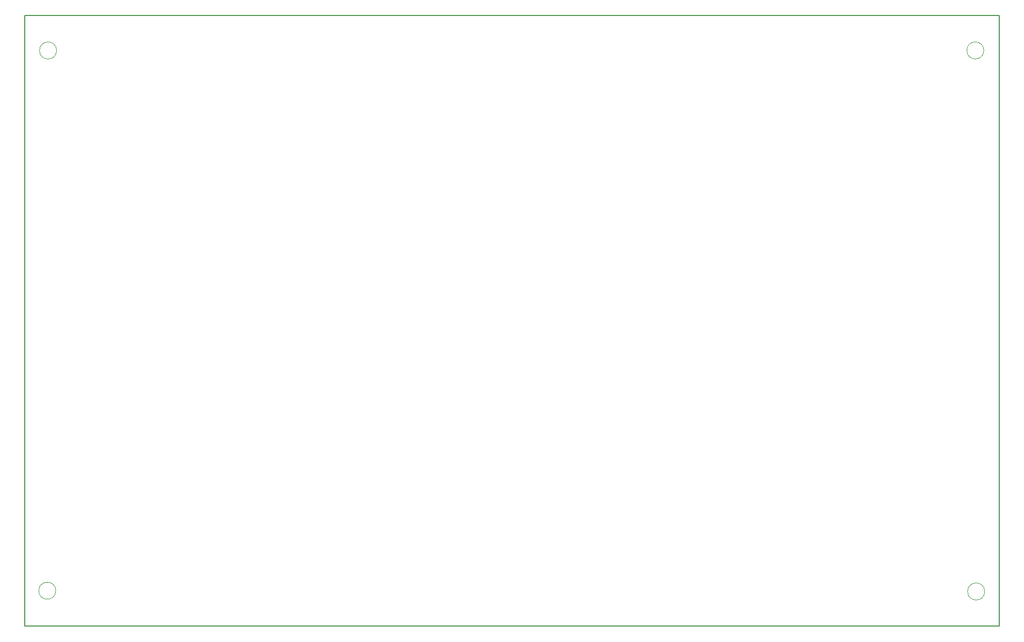
<source format=gbr>
G04 #@! TF.GenerationSoftware,KiCad,Pcbnew,5.0.2-bee76a0~70~ubuntu18.04.1*
G04 #@! TF.CreationDate,2019-11-25T15:04:39+01:00*
G04 #@! TF.ProjectId,RS232CInterface.kicad_pcb,52533233-3243-4496-9e74-657266616365,rev?*
G04 #@! TF.SameCoordinates,Original*
G04 #@! TF.FileFunction,Profile,NP*
%FSLAX46Y46*%
G04 Gerber Fmt 4.6, Leading zero omitted, Abs format (unit mm)*
G04 Created by KiCad (PCBNEW 5.0.2-bee76a0~70~ubuntu18.04.1) date Mon 25 Nov 2019 03:04:39 PM CET*
%MOMM*%
%LPD*%
G01*
G04 APERTURE LIST*
%ADD10C,0.050000*%
%ADD11C,0.150000*%
G04 APERTURE END LIST*
D10*
X34925000Y-119250000D02*
G75*
G03X34925000Y-119250000I-1400000J0D01*
G01*
X187325000Y-30480000D02*
G75*
G03X187325000Y-30480000I-1400000J0D01*
G01*
X187455000Y-119380000D02*
G75*
G03X187455000Y-119380000I-1400000J0D01*
G01*
X35055000Y-30480000D02*
G75*
G03X35055000Y-30480000I-1400000J0D01*
G01*
D11*
X189865000Y-24765000D02*
X189865000Y-125095000D01*
X29845000Y-24765000D02*
X189865000Y-24765000D01*
X29845000Y-125095000D02*
X29845000Y-24765000D01*
X189865000Y-125095000D02*
X29845000Y-125095000D01*
M02*

</source>
